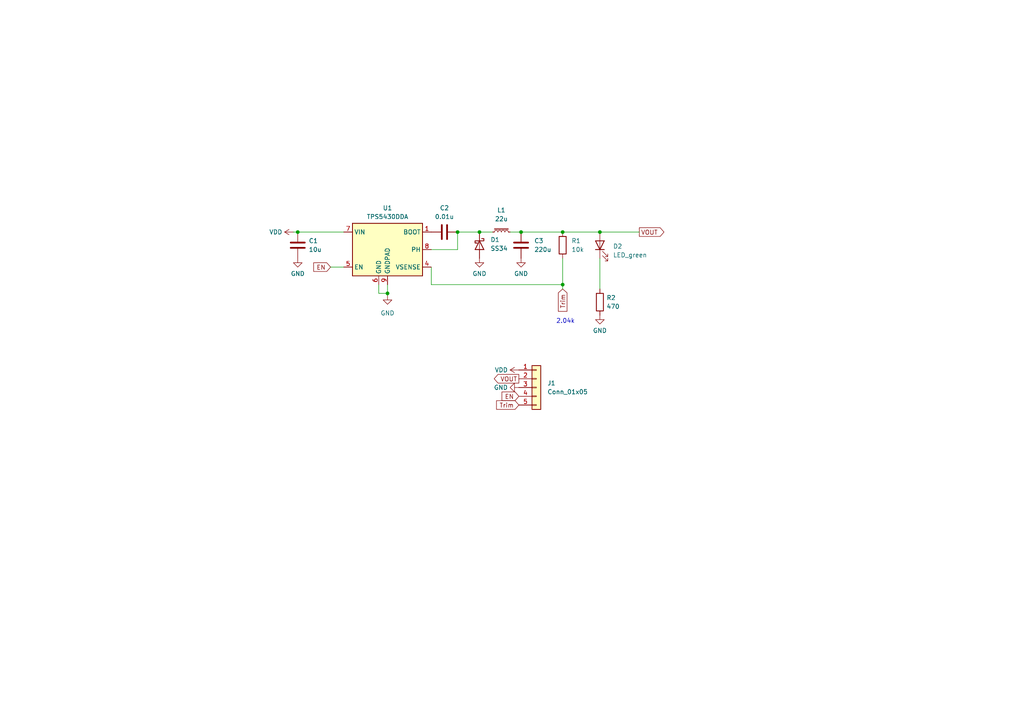
<source format=kicad_sch>
(kicad_sch (version 20230121) (generator eeschema)

  (uuid c14a3483-26e0-4f05-97c1-7eaae31fd7a4)

  (paper "A4")

  (lib_symbols
    (symbol "Connector_Generic:Conn_01x05" (pin_names (offset 1.016) hide) (in_bom yes) (on_board yes)
      (property "Reference" "J" (at 0 7.62 0)
        (effects (font (size 1.27 1.27)))
      )
      (property "Value" "Conn_01x05" (at 0 -7.62 0)
        (effects (font (size 1.27 1.27)))
      )
      (property "Footprint" "" (at 0 0 0)
        (effects (font (size 1.27 1.27)) hide)
      )
      (property "Datasheet" "~" (at 0 0 0)
        (effects (font (size 1.27 1.27)) hide)
      )
      (property "ki_keywords" "connector" (at 0 0 0)
        (effects (font (size 1.27 1.27)) hide)
      )
      (property "ki_description" "Generic connector, single row, 01x05, script generated (kicad-library-utils/schlib/autogen/connector/)" (at 0 0 0)
        (effects (font (size 1.27 1.27)) hide)
      )
      (property "ki_fp_filters" "Connector*:*_1x??_*" (at 0 0 0)
        (effects (font (size 1.27 1.27)) hide)
      )
      (symbol "Conn_01x05_1_1"
        (rectangle (start -1.27 -4.953) (end 0 -5.207)
          (stroke (width 0.1524) (type default))
          (fill (type none))
        )
        (rectangle (start -1.27 -2.413) (end 0 -2.667)
          (stroke (width 0.1524) (type default))
          (fill (type none))
        )
        (rectangle (start -1.27 0.127) (end 0 -0.127)
          (stroke (width 0.1524) (type default))
          (fill (type none))
        )
        (rectangle (start -1.27 2.667) (end 0 2.413)
          (stroke (width 0.1524) (type default))
          (fill (type none))
        )
        (rectangle (start -1.27 5.207) (end 0 4.953)
          (stroke (width 0.1524) (type default))
          (fill (type none))
        )
        (rectangle (start -1.27 6.35) (end 1.27 -6.35)
          (stroke (width 0.254) (type default))
          (fill (type background))
        )
        (pin passive line (at -5.08 5.08 0) (length 3.81)
          (name "Pin_1" (effects (font (size 1.27 1.27))))
          (number "1" (effects (font (size 1.27 1.27))))
        )
        (pin passive line (at -5.08 2.54 0) (length 3.81)
          (name "Pin_2" (effects (font (size 1.27 1.27))))
          (number "2" (effects (font (size 1.27 1.27))))
        )
        (pin passive line (at -5.08 0 0) (length 3.81)
          (name "Pin_3" (effects (font (size 1.27 1.27))))
          (number "3" (effects (font (size 1.27 1.27))))
        )
        (pin passive line (at -5.08 -2.54 0) (length 3.81)
          (name "Pin_4" (effects (font (size 1.27 1.27))))
          (number "4" (effects (font (size 1.27 1.27))))
        )
        (pin passive line (at -5.08 -5.08 0) (length 3.81)
          (name "Pin_5" (effects (font (size 1.27 1.27))))
          (number "5" (effects (font (size 1.27 1.27))))
        )
      )
    )
    (symbol "Device:C" (pin_numbers hide) (pin_names (offset 0.254)) (in_bom yes) (on_board yes)
      (property "Reference" "C" (at 0.635 2.54 0)
        (effects (font (size 1.27 1.27)) (justify left))
      )
      (property "Value" "C" (at 0.635 -2.54 0)
        (effects (font (size 1.27 1.27)) (justify left))
      )
      (property "Footprint" "" (at 0.9652 -3.81 0)
        (effects (font (size 1.27 1.27)) hide)
      )
      (property "Datasheet" "~" (at 0 0 0)
        (effects (font (size 1.27 1.27)) hide)
      )
      (property "ki_keywords" "cap capacitor" (at 0 0 0)
        (effects (font (size 1.27 1.27)) hide)
      )
      (property "ki_description" "Unpolarized capacitor" (at 0 0 0)
        (effects (font (size 1.27 1.27)) hide)
      )
      (property "ki_fp_filters" "C_*" (at 0 0 0)
        (effects (font (size 1.27 1.27)) hide)
      )
      (symbol "C_0_1"
        (polyline
          (pts
            (xy -2.032 -0.762)
            (xy 2.032 -0.762)
          )
          (stroke (width 0.508) (type default))
          (fill (type none))
        )
        (polyline
          (pts
            (xy -2.032 0.762)
            (xy 2.032 0.762)
          )
          (stroke (width 0.508) (type default))
          (fill (type none))
        )
      )
      (symbol "C_1_1"
        (pin passive line (at 0 3.81 270) (length 2.794)
          (name "~" (effects (font (size 1.27 1.27))))
          (number "1" (effects (font (size 1.27 1.27))))
        )
        (pin passive line (at 0 -3.81 90) (length 2.794)
          (name "~" (effects (font (size 1.27 1.27))))
          (number "2" (effects (font (size 1.27 1.27))))
        )
      )
    )
    (symbol "Device:LED" (pin_numbers hide) (pin_names (offset 1.016) hide) (in_bom yes) (on_board yes)
      (property "Reference" "D" (at 0 2.54 0)
        (effects (font (size 1.27 1.27)))
      )
      (property "Value" "LED" (at 0 -2.54 0)
        (effects (font (size 1.27 1.27)))
      )
      (property "Footprint" "" (at 0 0 0)
        (effects (font (size 1.27 1.27)) hide)
      )
      (property "Datasheet" "~" (at 0 0 0)
        (effects (font (size 1.27 1.27)) hide)
      )
      (property "ki_keywords" "LED diode" (at 0 0 0)
        (effects (font (size 1.27 1.27)) hide)
      )
      (property "ki_description" "Light emitting diode" (at 0 0 0)
        (effects (font (size 1.27 1.27)) hide)
      )
      (property "ki_fp_filters" "LED* LED_SMD:* LED_THT:*" (at 0 0 0)
        (effects (font (size 1.27 1.27)) hide)
      )
      (symbol "LED_0_1"
        (polyline
          (pts
            (xy -1.27 -1.27)
            (xy -1.27 1.27)
          )
          (stroke (width 0.254) (type default))
          (fill (type none))
        )
        (polyline
          (pts
            (xy -1.27 0)
            (xy 1.27 0)
          )
          (stroke (width 0) (type default))
          (fill (type none))
        )
        (polyline
          (pts
            (xy 1.27 -1.27)
            (xy 1.27 1.27)
            (xy -1.27 0)
            (xy 1.27 -1.27)
          )
          (stroke (width 0.254) (type default))
          (fill (type none))
        )
        (polyline
          (pts
            (xy -3.048 -0.762)
            (xy -4.572 -2.286)
            (xy -3.81 -2.286)
            (xy -4.572 -2.286)
            (xy -4.572 -1.524)
          )
          (stroke (width 0) (type default))
          (fill (type none))
        )
        (polyline
          (pts
            (xy -1.778 -0.762)
            (xy -3.302 -2.286)
            (xy -2.54 -2.286)
            (xy -3.302 -2.286)
            (xy -3.302 -1.524)
          )
          (stroke (width 0) (type default))
          (fill (type none))
        )
      )
      (symbol "LED_1_1"
        (pin passive line (at -3.81 0 0) (length 2.54)
          (name "K" (effects (font (size 1.27 1.27))))
          (number "1" (effects (font (size 1.27 1.27))))
        )
        (pin passive line (at 3.81 0 180) (length 2.54)
          (name "A" (effects (font (size 1.27 1.27))))
          (number "2" (effects (font (size 1.27 1.27))))
        )
      )
    )
    (symbol "Device:L_Iron_Small" (pin_numbers hide) (pin_names (offset 0.254) hide) (in_bom yes) (on_board yes)
      (property "Reference" "L" (at 1.27 1.016 0)
        (effects (font (size 1.27 1.27)) (justify left))
      )
      (property "Value" "L_Iron_Small" (at 1.27 -1.27 0)
        (effects (font (size 1.27 1.27)) (justify left))
      )
      (property "Footprint" "" (at 0 0 0)
        (effects (font (size 1.27 1.27)) hide)
      )
      (property "Datasheet" "~" (at 0 0 0)
        (effects (font (size 1.27 1.27)) hide)
      )
      (property "ki_keywords" "inductor choke coil reactor magnetic" (at 0 0 0)
        (effects (font (size 1.27 1.27)) hide)
      )
      (property "ki_description" "Inductor with iron core, small symbol" (at 0 0 0)
        (effects (font (size 1.27 1.27)) hide)
      )
      (property "ki_fp_filters" "Choke_* *Coil* Inductor_* L_*" (at 0 0 0)
        (effects (font (size 1.27 1.27)) hide)
      )
      (symbol "L_Iron_Small_0_1"
        (arc (start 0 -2.032) (mid 0.5058 -1.524) (end 0 -1.016)
          (stroke (width 0) (type default))
          (fill (type none))
        )
        (arc (start 0 -1.016) (mid 0.5058 -0.508) (end 0 0)
          (stroke (width 0) (type default))
          (fill (type none))
        )
        (polyline
          (pts
            (xy 0.762 2.032)
            (xy 0.762 -2.032)
          )
          (stroke (width 0) (type default))
          (fill (type none))
        )
        (polyline
          (pts
            (xy 1.016 -2.032)
            (xy 1.016 2.032)
          )
          (stroke (width 0) (type default))
          (fill (type none))
        )
        (arc (start 0 0) (mid 0.5058 0.508) (end 0 1.016)
          (stroke (width 0) (type default))
          (fill (type none))
        )
        (arc (start 0 1.016) (mid 0.5058 1.524) (end 0 2.032)
          (stroke (width 0) (type default))
          (fill (type none))
        )
      )
      (symbol "L_Iron_Small_1_1"
        (pin passive line (at 0 2.54 270) (length 0.508)
          (name "~" (effects (font (size 1.27 1.27))))
          (number "1" (effects (font (size 1.27 1.27))))
        )
        (pin passive line (at 0 -2.54 90) (length 0.508)
          (name "~" (effects (font (size 1.27 1.27))))
          (number "2" (effects (font (size 1.27 1.27))))
        )
      )
    )
    (symbol "Device:R" (pin_numbers hide) (pin_names (offset 0)) (in_bom yes) (on_board yes)
      (property "Reference" "R" (at 2.032 0 90)
        (effects (font (size 1.27 1.27)))
      )
      (property "Value" "R" (at 0 0 90)
        (effects (font (size 1.27 1.27)))
      )
      (property "Footprint" "" (at -1.778 0 90)
        (effects (font (size 1.27 1.27)) hide)
      )
      (property "Datasheet" "~" (at 0 0 0)
        (effects (font (size 1.27 1.27)) hide)
      )
      (property "ki_keywords" "R res resistor" (at 0 0 0)
        (effects (font (size 1.27 1.27)) hide)
      )
      (property "ki_description" "Resistor" (at 0 0 0)
        (effects (font (size 1.27 1.27)) hide)
      )
      (property "ki_fp_filters" "R_*" (at 0 0 0)
        (effects (font (size 1.27 1.27)) hide)
      )
      (symbol "R_0_1"
        (rectangle (start -1.016 -2.54) (end 1.016 2.54)
          (stroke (width 0.254) (type default))
          (fill (type none))
        )
      )
      (symbol "R_1_1"
        (pin passive line (at 0 3.81 270) (length 1.27)
          (name "~" (effects (font (size 1.27 1.27))))
          (number "1" (effects (font (size 1.27 1.27))))
        )
        (pin passive line (at 0 -3.81 90) (length 1.27)
          (name "~" (effects (font (size 1.27 1.27))))
          (number "2" (effects (font (size 1.27 1.27))))
        )
      )
    )
    (symbol "Diode:B340" (pin_numbers hide) (pin_names (offset 1.016) hide) (in_bom yes) (on_board yes)
      (property "Reference" "D" (at 0 2.54 0)
        (effects (font (size 1.27 1.27)))
      )
      (property "Value" "B340" (at 0 -2.54 0)
        (effects (font (size 1.27 1.27)))
      )
      (property "Footprint" "Diode_SMD:D_SMC" (at 0 -4.445 0)
        (effects (font (size 1.27 1.27)) hide)
      )
      (property "Datasheet" "http://www.jameco.com/Jameco/Products/ProdDS/1538777.pdf" (at 0 0 0)
        (effects (font (size 1.27 1.27)) hide)
      )
      (property "ki_keywords" "diode Schottky" (at 0 0 0)
        (effects (font (size 1.27 1.27)) hide)
      )
      (property "ki_description" "40V 3A Schottky Barrier Rectifier Diode, SMC" (at 0 0 0)
        (effects (font (size 1.27 1.27)) hide)
      )
      (property "ki_fp_filters" "D*SMC*" (at 0 0 0)
        (effects (font (size 1.27 1.27)) hide)
      )
      (symbol "B340_0_1"
        (polyline
          (pts
            (xy 1.27 0)
            (xy -1.27 0)
          )
          (stroke (width 0) (type default))
          (fill (type none))
        )
        (polyline
          (pts
            (xy 1.27 1.27)
            (xy 1.27 -1.27)
            (xy -1.27 0)
            (xy 1.27 1.27)
          )
          (stroke (width 0.254) (type default))
          (fill (type none))
        )
        (polyline
          (pts
            (xy -1.905 0.635)
            (xy -1.905 1.27)
            (xy -1.27 1.27)
            (xy -1.27 -1.27)
            (xy -0.635 -1.27)
            (xy -0.635 -0.635)
          )
          (stroke (width 0.254) (type default))
          (fill (type none))
        )
      )
      (symbol "B340_1_1"
        (pin passive line (at -3.81 0 0) (length 2.54)
          (name "K" (effects (font (size 1.27 1.27))))
          (number "1" (effects (font (size 1.27 1.27))))
        )
        (pin passive line (at 3.81 0 180) (length 2.54)
          (name "A" (effects (font (size 1.27 1.27))))
          (number "2" (effects (font (size 1.27 1.27))))
        )
      )
    )
    (symbol "Regulator_Switching:TPS5430DDA" (in_bom yes) (on_board yes)
      (property "Reference" "U" (at -10.16 8.89 0)
        (effects (font (size 1.27 1.27)) (justify left))
      )
      (property "Value" "TPS5430DDA" (at -1.27 8.89 0)
        (effects (font (size 1.27 1.27)) (justify left))
      )
      (property "Footprint" "Package_SO:TI_SO-PowerPAD-8_ThermalVias" (at 1.27 -8.89 0)
        (effects (font (size 1.27 1.27) italic) (justify left) hide)
      )
      (property "Datasheet" "http://www.ti.com/lit/ds/symlink/tps5430.pdf" (at 0 0 0)
        (effects (font (size 1.27 1.27)) hide)
      )
      (property "ki_keywords" "Step-Down DC-DC Switching Regulator" (at 0 0 0)
        (effects (font (size 1.27 1.27)) hide)
      )
      (property "ki_description" "3A, Step Down Swift Converter, Adjustable Output Voltage, 5.5-36V Input Voltage, PowerSO-8" (at 0 0 0)
        (effects (font (size 1.27 1.27)) hide)
      )
      (property "ki_fp_filters" "TI*SO*PowerPAD*ThermalVias*" (at 0 0 0)
        (effects (font (size 1.27 1.27)) hide)
      )
      (symbol "TPS5430DDA_0_1"
        (rectangle (start -10.16 7.62) (end 10.16 -7.62)
          (stroke (width 0.254) (type default))
          (fill (type background))
        )
      )
      (symbol "TPS5430DDA_1_1"
        (pin input line (at 12.7 5.08 180) (length 2.54)
          (name "BOOT" (effects (font (size 1.27 1.27))))
          (number "1" (effects (font (size 1.27 1.27))))
        )
        (pin no_connect line (at -10.16 2.54 0) (length 2.54) hide
          (name "NC" (effects (font (size 1.27 1.27))))
          (number "2" (effects (font (size 1.27 1.27))))
        )
        (pin no_connect line (at -10.16 -2.54 0) (length 2.54) hide
          (name "NC" (effects (font (size 1.27 1.27))))
          (number "3" (effects (font (size 1.27 1.27))))
        )
        (pin input line (at 12.7 -5.08 180) (length 2.54)
          (name "VSENSE" (effects (font (size 1.27 1.27))))
          (number "4" (effects (font (size 1.27 1.27))))
        )
        (pin input line (at -12.7 -5.08 0) (length 2.54)
          (name "EN" (effects (font (size 1.27 1.27))))
          (number "5" (effects (font (size 1.27 1.27))))
        )
        (pin power_in line (at -2.54 -10.16 90) (length 2.54)
          (name "GND" (effects (font (size 1.27 1.27))))
          (number "6" (effects (font (size 1.27 1.27))))
        )
        (pin power_in line (at -12.7 5.08 0) (length 2.54)
          (name "VIN" (effects (font (size 1.27 1.27))))
          (number "7" (effects (font (size 1.27 1.27))))
        )
        (pin output line (at 12.7 0 180) (length 2.54)
          (name "PH" (effects (font (size 1.27 1.27))))
          (number "8" (effects (font (size 1.27 1.27))))
        )
        (pin power_in line (at 0 -10.16 90) (length 2.54)
          (name "GNDPAD" (effects (font (size 1.27 1.27))))
          (number "9" (effects (font (size 1.27 1.27))))
        )
      )
    )
    (symbol "power:GND" (power) (pin_names (offset 0)) (in_bom yes) (on_board yes)
      (property "Reference" "#PWR" (at 0 -6.35 0)
        (effects (font (size 1.27 1.27)) hide)
      )
      (property "Value" "GND" (at 0 -3.81 0)
        (effects (font (size 1.27 1.27)))
      )
      (property "Footprint" "" (at 0 0 0)
        (effects (font (size 1.27 1.27)) hide)
      )
      (property "Datasheet" "" (at 0 0 0)
        (effects (font (size 1.27 1.27)) hide)
      )
      (property "ki_keywords" "global power" (at 0 0 0)
        (effects (font (size 1.27 1.27)) hide)
      )
      (property "ki_description" "Power symbol creates a global label with name \"GND\" , ground" (at 0 0 0)
        (effects (font (size 1.27 1.27)) hide)
      )
      (symbol "GND_0_1"
        (polyline
          (pts
            (xy 0 0)
            (xy 0 -1.27)
            (xy 1.27 -1.27)
            (xy 0 -2.54)
            (xy -1.27 -1.27)
            (xy 0 -1.27)
          )
          (stroke (width 0) (type default))
          (fill (type none))
        )
      )
      (symbol "GND_1_1"
        (pin power_in line (at 0 0 270) (length 0) hide
          (name "GND" (effects (font (size 1.27 1.27))))
          (number "1" (effects (font (size 1.27 1.27))))
        )
      )
    )
    (symbol "power:VDD" (power) (pin_names (offset 0)) (in_bom yes) (on_board yes)
      (property "Reference" "#PWR" (at 0 -3.81 0)
        (effects (font (size 1.27 1.27)) hide)
      )
      (property "Value" "VDD" (at 0 3.81 0)
        (effects (font (size 1.27 1.27)))
      )
      (property "Footprint" "" (at 0 0 0)
        (effects (font (size 1.27 1.27)) hide)
      )
      (property "Datasheet" "" (at 0 0 0)
        (effects (font (size 1.27 1.27)) hide)
      )
      (property "ki_keywords" "global power" (at 0 0 0)
        (effects (font (size 1.27 1.27)) hide)
      )
      (property "ki_description" "Power symbol creates a global label with name \"VDD\"" (at 0 0 0)
        (effects (font (size 1.27 1.27)) hide)
      )
      (symbol "VDD_0_1"
        (polyline
          (pts
            (xy -0.762 1.27)
            (xy 0 2.54)
          )
          (stroke (width 0) (type default))
          (fill (type none))
        )
        (polyline
          (pts
            (xy 0 0)
            (xy 0 2.54)
          )
          (stroke (width 0) (type default))
          (fill (type none))
        )
        (polyline
          (pts
            (xy 0 2.54)
            (xy 0.762 1.27)
          )
          (stroke (width 0) (type default))
          (fill (type none))
        )
      )
      (symbol "VDD_1_1"
        (pin power_in line (at 0 0 90) (length 0) hide
          (name "VDD" (effects (font (size 1.27 1.27))))
          (number "1" (effects (font (size 1.27 1.27))))
        )
      )
    )
  )

  (junction (at 132.715 67.31) (diameter 0) (color 0 0 0 0)
    (uuid 3ccaf807-8210-4cf3-a686-25d0b78eb3d9)
  )
  (junction (at 139.065 67.31) (diameter 0) (color 0 0 0 0)
    (uuid 4fc0dab3-cd22-49da-8239-6b47cf6646a8)
  )
  (junction (at 112.395 85.09) (diameter 0) (color 0 0 0 0)
    (uuid aba9bbcb-2e06-44be-98b9-9db69e1c4055)
  )
  (junction (at 173.99 67.31) (diameter 0) (color 0 0 0 0)
    (uuid b2606df9-5920-4588-be0e-1623135d89e1)
  )
  (junction (at 151.13 67.31) (diameter 0) (color 0 0 0 0)
    (uuid c70a84c0-0773-42a7-8cb0-fcd6e77f0c9e)
  )
  (junction (at 86.36 67.31) (diameter 0) (color 0 0 0 0)
    (uuid caa62e9f-68ea-4103-98df-e03e1935a385)
  )
  (junction (at 163.195 82.55) (diameter 0) (color 0 0 0 0)
    (uuid cb9cb5c0-6c62-431c-951d-d0f3d86d791a)
  )
  (junction (at 163.195 67.31) (diameter 0) (color 0 0 0 0)
    (uuid fd915d81-d8b3-4eca-bdd1-d49507b6e5aa)
  )

  (wire (pts (xy 132.715 67.31) (xy 139.065 67.31))
    (stroke (width 0) (type default))
    (uuid 09e7c44e-c929-4e8e-92d9-cd46aa7c7d01)
  )
  (wire (pts (xy 85.09 67.31) (xy 86.36 67.31))
    (stroke (width 0) (type default))
    (uuid 20cba944-6c42-41c5-acd1-9c58e0f9851d)
  )
  (wire (pts (xy 125.095 82.55) (xy 163.195 82.55))
    (stroke (width 0) (type default))
    (uuid 2ebfd6f1-9aad-443a-9071-b6c72f7a1110)
  )
  (wire (pts (xy 125.095 72.39) (xy 132.715 72.39))
    (stroke (width 0) (type default))
    (uuid 385bec85-6fe5-479c-8eff-8b9231275407)
  )
  (wire (pts (xy 173.99 67.31) (xy 185.42 67.31))
    (stroke (width 0) (type default))
    (uuid 4772e566-1910-469c-abcd-357f312f125f)
  )
  (wire (pts (xy 112.395 82.55) (xy 112.395 85.09))
    (stroke (width 0) (type default))
    (uuid 5632aa71-e604-48dd-b09b-4b8c22ed07cd)
  )
  (wire (pts (xy 163.195 74.93) (xy 163.195 82.55))
    (stroke (width 0) (type default))
    (uuid 6ab52d76-6cc6-4980-bf88-7bb5593073ca)
  )
  (wire (pts (xy 95.885 77.47) (xy 99.695 77.47))
    (stroke (width 0) (type default))
    (uuid 84dc640c-9aac-4159-ab60-9407a461faf6)
  )
  (wire (pts (xy 125.095 82.55) (xy 125.095 77.47))
    (stroke (width 0) (type default))
    (uuid 98db164a-1723-48fb-8f12-e369e86ca997)
  )
  (wire (pts (xy 109.855 82.55) (xy 109.855 85.09))
    (stroke (width 0) (type default))
    (uuid a69848ce-cf9d-4016-9aa6-faa6989bcd87)
  )
  (wire (pts (xy 112.395 85.09) (xy 112.395 85.725))
    (stroke (width 0) (type default))
    (uuid aaed2a22-4d03-4822-b53a-d405c3d5b197)
  )
  (wire (pts (xy 109.855 85.09) (xy 112.395 85.09))
    (stroke (width 0) (type default))
    (uuid b68cb180-ca97-4c2a-8353-d4c51a9c315b)
  )
  (wire (pts (xy 173.99 83.82) (xy 173.99 74.93))
    (stroke (width 0) (type default))
    (uuid ba74bec4-83ea-4ccc-bff6-48ca5744536d)
  )
  (wire (pts (xy 139.065 67.31) (xy 142.875 67.31))
    (stroke (width 0) (type default))
    (uuid c02d8c37-f3e9-4a34-ac34-b3e5c580ed18)
  )
  (wire (pts (xy 151.13 67.31) (xy 163.195 67.31))
    (stroke (width 0) (type default))
    (uuid c21a880b-95be-43ff-b7f5-779f5cecfb9e)
  )
  (wire (pts (xy 163.195 67.31) (xy 173.99 67.31))
    (stroke (width 0) (type default))
    (uuid ce23a22f-31a6-486b-9ed6-8c0ec6893fb7)
  )
  (wire (pts (xy 132.715 72.39) (xy 132.715 67.31))
    (stroke (width 0) (type default))
    (uuid ce2d4e23-143b-475e-9e1b-1e7f693134f8)
  )
  (wire (pts (xy 163.195 82.55) (xy 163.195 83.82))
    (stroke (width 0) (type default))
    (uuid d6307e86-216c-4900-a72c-0d1f6111c487)
  )
  (wire (pts (xy 86.36 67.31) (xy 99.695 67.31))
    (stroke (width 0) (type default))
    (uuid fa00fb35-3dad-4e55-801b-710bb6957943)
  )
  (wire (pts (xy 147.955 67.31) (xy 151.13 67.31))
    (stroke (width 0) (type default))
    (uuid fa80437c-ef6f-418f-8b86-46c6cd6a46e2)
  )

  (text "2.04k\n" (at 161.29 93.98 0)
    (effects (font (size 1.27 1.27)) (justify left bottom))
    (uuid ea315ea2-266f-4e20-83f8-bd854c3dadd9)
  )

  (global_label "EN" (shape input) (at 150.495 114.935 180) (fields_autoplaced)
    (effects (font (size 1.27 1.27)) (justify right))
    (uuid 74046795-e4fe-4d2d-ba0b-aafa10b25f59)
    (property "Intersheetrefs" "${INTERSHEET_REFS}" (at 145.0303 114.935 0)
      (effects (font (size 1.27 1.27)) (justify right) hide)
    )
  )
  (global_label "EN" (shape input) (at 95.885 77.47 180) (fields_autoplaced)
    (effects (font (size 1.27 1.27)) (justify right))
    (uuid 8bcaf6f6-8f0c-490e-94ca-c4146581d774)
    (property "Intersheetrefs" "${INTERSHEET_REFS}" (at 90.4203 77.47 0)
      (effects (font (size 1.27 1.27)) (justify right) hide)
    )
  )
  (global_label "Trim" (shape input) (at 163.195 83.82 270) (fields_autoplaced)
    (effects (font (size 1.27 1.27)) (justify right))
    (uuid d831105d-52d7-4950-b897-d7541b89bff3)
    (property "Intersheetrefs" "${INTERSHEET_REFS}" (at 163.195 90.8571 90)
      (effects (font (size 1.27 1.27)) (justify right) hide)
    )
  )
  (global_label "VOUT" (shape output) (at 150.495 109.855 180) (fields_autoplaced)
    (effects (font (size 1.27 1.27)) (justify right))
    (uuid db72aa62-7699-480d-b0ef-0388f8cbd155)
    (property "Intersheetrefs" "${INTERSHEET_REFS}" (at 142.7926 109.855 0)
      (effects (font (size 1.27 1.27)) (justify right) hide)
    )
  )
  (global_label "VOUT" (shape output) (at 185.42 67.31 0) (fields_autoplaced)
    (effects (font (size 1.27 1.27)) (justify left))
    (uuid e13da046-4d5a-438c-a9f3-ca4178aec418)
    (property "Intersheetrefs" "${INTERSHEET_REFS}" (at 193.1224 67.31 0)
      (effects (font (size 1.27 1.27)) (justify left) hide)
    )
  )
  (global_label "Trim" (shape input) (at 150.495 117.475 180) (fields_autoplaced)
    (effects (font (size 1.27 1.27)) (justify right))
    (uuid ecc4a146-77ee-475c-a5e3-9ce2caebe609)
    (property "Intersheetrefs" "${INTERSHEET_REFS}" (at 143.4579 117.475 0)
      (effects (font (size 1.27 1.27)) (justify right) hide)
    )
  )

  (symbol (lib_id "power:GND") (at 139.065 74.93 0) (unit 1)
    (in_bom yes) (on_board yes) (dnp no) (fields_autoplaced)
    (uuid 057ef35c-f4ac-4d5c-a54c-8ba6015129aa)
    (property "Reference" "#PWR013" (at 139.065 81.28 0)
      (effects (font (size 1.27 1.27)) hide)
    )
    (property "Value" "GND" (at 139.065 79.375 0)
      (effects (font (size 1.27 1.27)))
    )
    (property "Footprint" "" (at 139.065 74.93 0)
      (effects (font (size 1.27 1.27)) hide)
    )
    (property "Datasheet" "" (at 139.065 74.93 0)
      (effects (font (size 1.27 1.27)) hide)
    )
    (pin "1" (uuid 45d50c8a-b6f8-4aa1-bf67-112864835b2a))
    (instances
      (project "05-PWR"
        (path "/88b1ede4-99cb-4604-8dda-0ab246c2fd79"
          (reference "#PWR013") (unit 1)
        )
      )
      (project "08-REG_mod"
        (path "/c14a3483-26e0-4f05-97c1-7eaae31fd7a4"
          (reference "#PWR06") (unit 1)
        )
      )
    )
  )

  (symbol (lib_id "Device:R") (at 173.99 87.63 0) (unit 1)
    (in_bom yes) (on_board yes) (dnp no) (fields_autoplaced)
    (uuid 09466cd2-0e09-4e46-8903-7ae0dfab4f08)
    (property "Reference" "R3" (at 175.895 86.36 0)
      (effects (font (size 1.27 1.27)) (justify left))
    )
    (property "Value" "470" (at 175.895 88.9 0)
      (effects (font (size 1.27 1.27)) (justify left))
    )
    (property "Footprint" "Resistor_SMD:R_0603_1608Metric" (at 172.212 87.63 90)
      (effects (font (size 1.27 1.27)) hide)
    )
    (property "Datasheet" "~" (at 173.99 87.63 0)
      (effects (font (size 1.27 1.27)) hide)
    )
    (property "LCSC" "C23179" (at 173.99 87.63 0)
      (effects (font (size 1.27 1.27)) hide)
    )
    (pin "1" (uuid b70ac81a-bdc0-49df-8d5b-f6a39a7ce492))
    (pin "2" (uuid fb5ed224-20e7-44e6-b2cf-e93a9319f219))
    (instances
      (project "05-PWR"
        (path "/88b1ede4-99cb-4604-8dda-0ab246c2fd79"
          (reference "R3") (unit 1)
        )
      )
      (project "08-REG_mod"
        (path "/c14a3483-26e0-4f05-97c1-7eaae31fd7a4"
          (reference "R2") (unit 1)
        )
      )
    )
  )

  (symbol (lib_id "power:GND") (at 150.495 112.395 270) (unit 1)
    (in_bom yes) (on_board yes) (dnp no) (fields_autoplaced)
    (uuid 095cd3e2-499b-494d-a545-be6fd6bb0d4d)
    (property "Reference" "#PWR011" (at 144.145 112.395 0)
      (effects (font (size 1.27 1.27)) hide)
    )
    (property "Value" "GND" (at 147.32 112.395 90)
      (effects (font (size 1.27 1.27)) (justify right))
    )
    (property "Footprint" "" (at 150.495 112.395 0)
      (effects (font (size 1.27 1.27)) hide)
    )
    (property "Datasheet" "" (at 150.495 112.395 0)
      (effects (font (size 1.27 1.27)) hide)
    )
    (pin "1" (uuid 37654156-581b-4b9c-a4ee-a7f30a61eb64))
    (instances
      (project "05-PWR"
        (path "/88b1ede4-99cb-4604-8dda-0ab246c2fd79"
          (reference "#PWR011") (unit 1)
        )
      )
      (project "08-REG_mod"
        (path "/c14a3483-26e0-4f05-97c1-7eaae31fd7a4"
          (reference "#PWR011") (unit 1)
        )
      )
    )
  )

  (symbol (lib_id "Device:C") (at 86.36 71.12 0) (unit 1)
    (in_bom yes) (on_board yes) (dnp no) (fields_autoplaced)
    (uuid 1e8f5f43-8e85-475c-aeb4-fe983d9eec97)
    (property "Reference" "C1" (at 89.535 69.85 0)
      (effects (font (size 1.27 1.27)) (justify left))
    )
    (property "Value" "10u" (at 89.535 72.39 0)
      (effects (font (size 1.27 1.27)) (justify left))
    )
    (property "Footprint" "Capacitor_SMD:C_0805_2012Metric" (at 87.3252 74.93 0)
      (effects (font (size 1.27 1.27)) hide)
    )
    (property "Datasheet" "~" (at 86.36 71.12 0)
      (effects (font (size 1.27 1.27)) hide)
    )
    (property "LCSC" "C15850" (at 86.36 71.12 0)
      (effects (font (size 1.27 1.27)) hide)
    )
    (pin "1" (uuid 5fe92c91-82d8-4e66-9b09-5e67207b3de0))
    (pin "2" (uuid 022d2395-88ba-4331-a99f-3ac1545b1d7b))
    (instances
      (project "05-PWR"
        (path "/88b1ede4-99cb-4604-8dda-0ab246c2fd79"
          (reference "C1") (unit 1)
        )
      )
      (project "08-REG_mod"
        (path "/c14a3483-26e0-4f05-97c1-7eaae31fd7a4"
          (reference "C1") (unit 1)
        )
      )
    )
  )

  (symbol (lib_id "power:VDD") (at 150.495 107.315 90) (unit 1)
    (in_bom yes) (on_board yes) (dnp no) (fields_autoplaced)
    (uuid 32b00ef4-7b6e-4a57-832b-cc90a51513ad)
    (property "Reference" "#PWR05" (at 154.305 107.315 0)
      (effects (font (size 1.27 1.27)) hide)
    )
    (property "Value" "VDD" (at 147.32 107.315 90)
      (effects (font (size 1.27 1.27)) (justify left))
    )
    (property "Footprint" "" (at 150.495 107.315 0)
      (effects (font (size 1.27 1.27)) hide)
    )
    (property "Datasheet" "" (at 150.495 107.315 0)
      (effects (font (size 1.27 1.27)) hide)
    )
    (pin "1" (uuid 60d1f3c2-2515-46d1-8822-db0ff2b25b97))
    (instances
      (project "05-PWR"
        (path "/88b1ede4-99cb-4604-8dda-0ab246c2fd79"
          (reference "#PWR05") (unit 1)
        )
      )
      (project "08-REG_mod"
        (path "/c14a3483-26e0-4f05-97c1-7eaae31fd7a4"
          (reference "#PWR010") (unit 1)
        )
      )
    )
  )

  (symbol (lib_id "power:GND") (at 173.99 91.44 0) (unit 1)
    (in_bom yes) (on_board yes) (dnp no) (fields_autoplaced)
    (uuid 4facd9ed-8830-4ebd-9191-c8fc305ba2f8)
    (property "Reference" "#PWR03" (at 173.99 97.79 0)
      (effects (font (size 1.27 1.27)) hide)
    )
    (property "Value" "GND" (at 173.99 95.885 0)
      (effects (font (size 1.27 1.27)))
    )
    (property "Footprint" "" (at 173.99 91.44 0)
      (effects (font (size 1.27 1.27)) hide)
    )
    (property "Datasheet" "" (at 173.99 91.44 0)
      (effects (font (size 1.27 1.27)) hide)
    )
    (pin "1" (uuid 041f8614-c8f2-44d0-abb4-198b628b52a5))
    (instances
      (project "05-PWR"
        (path "/88b1ede4-99cb-4604-8dda-0ab246c2fd79"
          (reference "#PWR03") (unit 1)
        )
      )
      (project "08-REG_mod"
        (path "/c14a3483-26e0-4f05-97c1-7eaae31fd7a4"
          (reference "#PWR09") (unit 1)
        )
      )
    )
  )

  (symbol (lib_id "power:GND") (at 151.13 74.93 0) (unit 1)
    (in_bom yes) (on_board yes) (dnp no) (fields_autoplaced)
    (uuid 50caa982-f7ca-48b4-9ae0-c8ef57aee80c)
    (property "Reference" "#PWR014" (at 151.13 81.28 0)
      (effects (font (size 1.27 1.27)) hide)
    )
    (property "Value" "GND" (at 151.13 79.375 0)
      (effects (font (size 1.27 1.27)))
    )
    (property "Footprint" "" (at 151.13 74.93 0)
      (effects (font (size 1.27 1.27)) hide)
    )
    (property "Datasheet" "" (at 151.13 74.93 0)
      (effects (font (size 1.27 1.27)) hide)
    )
    (pin "1" (uuid cdd824c9-e7e4-47ea-bfcd-084b6e48dadb))
    (instances
      (project "05-PWR"
        (path "/88b1ede4-99cb-4604-8dda-0ab246c2fd79"
          (reference "#PWR014") (unit 1)
        )
      )
      (project "08-REG_mod"
        (path "/c14a3483-26e0-4f05-97c1-7eaae31fd7a4"
          (reference "#PWR07") (unit 1)
        )
      )
    )
  )

  (symbol (lib_id "Device:L_Iron_Small") (at 145.415 67.31 90) (unit 1)
    (in_bom yes) (on_board yes) (dnp no) (fields_autoplaced)
    (uuid 57128738-038f-4fab-b071-69419f9b292e)
    (property "Reference" "L1" (at 145.415 60.96 90)
      (effects (font (size 1.27 1.27)))
    )
    (property "Value" "22u" (at 145.415 63.5 90)
      (effects (font (size 1.27 1.27)))
    )
    (property "Footprint" "LCSC:FXL1040-220-M" (at 145.415 67.31 0)
      (effects (font (size 1.27 1.27)) hide)
    )
    (property "Datasheet" "~" (at 145.415 67.31 0)
      (effects (font (size 1.27 1.27)) hide)
    )
    (property "LCSC" "C475917" (at 145.415 67.31 0)
      (effects (font (size 1.27 1.27)) hide)
    )
    (pin "1" (uuid a8ee5d69-6982-4778-8b59-730894fce362))
    (pin "2" (uuid 9b0c1978-cea9-4c3c-b4fe-32c09e45ea34))
    (instances
      (project "05-PWR"
        (path "/88b1ede4-99cb-4604-8dda-0ab246c2fd79"
          (reference "L1") (unit 1)
        )
      )
      (project "08-REG_mod"
        (path "/c14a3483-26e0-4f05-97c1-7eaae31fd7a4"
          (reference "L1") (unit 1)
        )
      )
    )
  )

  (symbol (lib_id "Device:C") (at 128.905 67.31 90) (unit 1)
    (in_bom yes) (on_board yes) (dnp no) (fields_autoplaced)
    (uuid 588916f3-c810-4e2c-80df-f724240e9545)
    (property "Reference" "C2" (at 128.905 60.325 90)
      (effects (font (size 1.27 1.27)))
    )
    (property "Value" "0.01u" (at 128.905 62.865 90)
      (effects (font (size 1.27 1.27)))
    )
    (property "Footprint" "Capacitor_SMD:C_0603_1608Metric" (at 132.715 66.3448 0)
      (effects (font (size 1.27 1.27)) hide)
    )
    (property "Datasheet" "~" (at 128.905 67.31 0)
      (effects (font (size 1.27 1.27)) hide)
    )
    (property "LCSC" "C57112" (at 128.905 67.31 0)
      (effects (font (size 1.27 1.27)) hide)
    )
    (pin "1" (uuid 581c5f8a-352d-4294-824a-99eac017f7c6))
    (pin "2" (uuid 1c31dee9-7285-48bb-9151-be2b6b5f61ef))
    (instances
      (project "05-PWR"
        (path "/88b1ede4-99cb-4604-8dda-0ab246c2fd79"
          (reference "C2") (unit 1)
        )
      )
      (project "08-REG_mod"
        (path "/c14a3483-26e0-4f05-97c1-7eaae31fd7a4"
          (reference "C2") (unit 1)
        )
      )
    )
  )

  (symbol (lib_id "Diode:B340") (at 139.065 71.12 270) (unit 1)
    (in_bom yes) (on_board yes) (dnp no) (fields_autoplaced)
    (uuid 59f842e1-af77-4589-b214-bd118100e05e)
    (property "Reference" "D1" (at 142.24 69.5325 90)
      (effects (font (size 1.27 1.27)) (justify left))
    )
    (property "Value" "SS34" (at 142.24 72.0725 90)
      (effects (font (size 1.27 1.27)) (justify left))
    )
    (property "Footprint" "Diode_SMD:D_SMA" (at 134.62 71.12 0)
      (effects (font (size 1.27 1.27)) hide)
    )
    (property "Datasheet" "http://www.jameco.com/Jameco/Products/ProdDS/1538777.pdf" (at 139.065 71.12 0)
      (effects (font (size 1.27 1.27)) hide)
    )
    (property "LCSC" "C8678" (at 139.065 71.12 0)
      (effects (font (size 1.27 1.27)) hide)
    )
    (pin "1" (uuid 1722ddd5-f788-476b-ab5d-87090a4c0ecd))
    (pin "2" (uuid cba3bbf4-8dd8-4737-a317-c906ef55d7a4))
    (instances
      (project "05-PWR"
        (path "/88b1ede4-99cb-4604-8dda-0ab246c2fd79"
          (reference "D1") (unit 1)
        )
      )
      (project "08-REG_mod"
        (path "/c14a3483-26e0-4f05-97c1-7eaae31fd7a4"
          (reference "D1") (unit 1)
        )
      )
    )
  )

  (symbol (lib_id "power:GND") (at 112.395 85.725 0) (unit 1)
    (in_bom yes) (on_board yes) (dnp no) (fields_autoplaced)
    (uuid 6c4f5f44-cabb-4506-a4e1-9a4a9ae571aa)
    (property "Reference" "#PWR010" (at 112.395 92.075 0)
      (effects (font (size 1.27 1.27)) hide)
    )
    (property "Value" "GND" (at 112.395 90.805 0)
      (effects (font (size 1.27 1.27)))
    )
    (property "Footprint" "" (at 112.395 85.725 0)
      (effects (font (size 1.27 1.27)) hide)
    )
    (property "Datasheet" "" (at 112.395 85.725 0)
      (effects (font (size 1.27 1.27)) hide)
    )
    (pin "1" (uuid 6df0c8a9-02ec-4a64-a4df-778e27da0ad8))
    (instances
      (project "05-PWR"
        (path "/88b1ede4-99cb-4604-8dda-0ab246c2fd79"
          (reference "#PWR010") (unit 1)
        )
      )
      (project "08-REG_mod"
        (path "/c14a3483-26e0-4f05-97c1-7eaae31fd7a4"
          (reference "#PWR05") (unit 1)
        )
      )
    )
  )

  (symbol (lib_id "power:GND") (at 86.36 74.93 0) (unit 1)
    (in_bom yes) (on_board yes) (dnp no) (fields_autoplaced)
    (uuid 6c8cc5e9-1bc1-404e-a9bb-e78246eab4e3)
    (property "Reference" "#PWR011" (at 86.36 81.28 0)
      (effects (font (size 1.27 1.27)) hide)
    )
    (property "Value" "GND" (at 86.36 79.375 0)
      (effects (font (size 1.27 1.27)))
    )
    (property "Footprint" "" (at 86.36 74.93 0)
      (effects (font (size 1.27 1.27)) hide)
    )
    (property "Datasheet" "" (at 86.36 74.93 0)
      (effects (font (size 1.27 1.27)) hide)
    )
    (pin "1" (uuid 44fc9569-2531-4e6f-9ba4-bcf70c7da2b8))
    (instances
      (project "05-PWR"
        (path "/88b1ede4-99cb-4604-8dda-0ab246c2fd79"
          (reference "#PWR011") (unit 1)
        )
      )
      (project "08-REG_mod"
        (path "/c14a3483-26e0-4f05-97c1-7eaae31fd7a4"
          (reference "#PWR02") (unit 1)
        )
      )
    )
  )

  (symbol (lib_id "Device:R") (at 163.195 71.12 0) (unit 1)
    (in_bom yes) (on_board yes) (dnp no) (fields_autoplaced)
    (uuid 7415277c-652a-4a49-94e1-a26fdfd74ccf)
    (property "Reference" "R1" (at 165.735 69.85 0)
      (effects (font (size 1.27 1.27)) (justify left))
    )
    (property "Value" "10k" (at 165.735 72.39 0)
      (effects (font (size 1.27 1.27)) (justify left))
    )
    (property "Footprint" "Resistor_SMD:R_0603_1608Metric" (at 161.417 71.12 90)
      (effects (font (size 1.27 1.27)) hide)
    )
    (property "Datasheet" "~" (at 163.195 71.12 0)
      (effects (font (size 1.27 1.27)) hide)
    )
    (property "LCSC" "C25804" (at 163.195 71.12 0)
      (effects (font (size 1.27 1.27)) hide)
    )
    (pin "1" (uuid 15704b27-e258-4e16-8d2e-4f05906b9b20))
    (pin "2" (uuid 882576a0-6dac-4327-b09b-11fbd947ef79))
    (instances
      (project "05-PWR"
        (path "/88b1ede4-99cb-4604-8dda-0ab246c2fd79"
          (reference "R1") (unit 1)
        )
      )
      (project "08-REG_mod"
        (path "/c14a3483-26e0-4f05-97c1-7eaae31fd7a4"
          (reference "R1") (unit 1)
        )
      )
    )
  )

  (symbol (lib_id "Device:C") (at 151.13 71.12 0) (unit 1)
    (in_bom yes) (on_board yes) (dnp no) (fields_autoplaced)
    (uuid 7b332316-836f-4280-b0e4-903d1276dfbf)
    (property "Reference" "C3" (at 154.94 69.85 0)
      (effects (font (size 1.27 1.27)) (justify left))
    )
    (property "Value" "220u" (at 154.94 72.39 0)
      (effects (font (size 1.27 1.27)) (justify left))
    )
    (property "Footprint" "Capacitor_THT:CP_Radial_D6.3mm_P2.50mm" (at 152.0952 74.93 0)
      (effects (font (size 1.27 1.27)) hide)
    )
    (property "Datasheet" "~" (at 151.13 71.12 0)
      (effects (font (size 1.27 1.27)) hide)
    )
    (property "LCSC" "" (at 151.13 71.12 0)
      (effects (font (size 1.27 1.27)) hide)
    )
    (pin "1" (uuid eb4381ed-70f8-4cca-9458-68398a24d72f))
    (pin "2" (uuid 2aae4dd3-9844-4564-a1b5-f2b0e1354ba9))
    (instances
      (project "05-PWR"
        (path "/88b1ede4-99cb-4604-8dda-0ab246c2fd79"
          (reference "C3") (unit 1)
        )
      )
      (project "08-REG_mod"
        (path "/c14a3483-26e0-4f05-97c1-7eaae31fd7a4"
          (reference "C3") (unit 1)
        )
      )
    )
  )

  (symbol (lib_id "Regulator_Switching:TPS5430DDA") (at 112.395 72.39 0) (unit 1)
    (in_bom yes) (on_board yes) (dnp no) (fields_autoplaced)
    (uuid 90d2fbce-edab-41a7-b129-c123a8364e50)
    (property "Reference" "U1" (at 112.395 60.325 0)
      (effects (font (size 1.27 1.27)))
    )
    (property "Value" "TPS5430DDA" (at 112.395 62.865 0)
      (effects (font (size 1.27 1.27)))
    )
    (property "Footprint" "Package_SO:TI_SO-PowerPAD-8_ThermalVias" (at 113.665 81.28 0)
      (effects (font (size 1.27 1.27) italic) (justify left) hide)
    )
    (property "Datasheet" "http://www.ti.com/lit/ds/symlink/tps5430.pdf" (at 112.395 72.39 0)
      (effects (font (size 1.27 1.27)) hide)
    )
    (property "LCSC" "" (at 112.395 72.39 0)
      (effects (font (size 1.27 1.27)) hide)
    )
    (pin "2" (uuid 7b624afb-84dd-410f-b800-0624c341e754))
    (pin "3" (uuid 865850a3-e67a-4cb4-a48b-fea3362f0d4d))
    (pin "4" (uuid 4612d663-a838-4910-bb1d-8ba189b16790))
    (pin "1" (uuid 04840dac-9bbe-4f6b-8aa2-4f01853ac910))
    (pin "5" (uuid b312ec27-b1a1-472b-b7f0-0b038bf70949))
    (pin "7" (uuid 6843c68f-d8f5-4d51-9b88-e5f1f086273c))
    (pin "8" (uuid 23f2e79f-10ce-4ec6-bc14-1a9d7c7f93c0))
    (pin "9" (uuid e2d6a2a5-d274-441e-a442-18c5cc81c65e))
    (pin "6" (uuid ef4c7feb-6970-46e9-b798-77fd9561e189))
    (instances
      (project "05-PWR"
        (path "/88b1ede4-99cb-4604-8dda-0ab246c2fd79"
          (reference "U1") (unit 1)
        )
      )
      (project "08-REG_mod"
        (path "/c14a3483-26e0-4f05-97c1-7eaae31fd7a4"
          (reference "U1") (unit 1)
        )
      )
    )
  )

  (symbol (lib_id "power:VDD") (at 85.09 67.31 90) (unit 1)
    (in_bom yes) (on_board yes) (dnp no) (fields_autoplaced)
    (uuid 928a63c7-763e-4f36-a1a6-78879049acbe)
    (property "Reference" "#PWR05" (at 88.9 67.31 0)
      (effects (font (size 1.27 1.27)) hide)
    )
    (property "Value" "VDD" (at 81.915 67.31 90)
      (effects (font (size 1.27 1.27)) (justify left))
    )
    (property "Footprint" "" (at 85.09 67.31 0)
      (effects (font (size 1.27 1.27)) hide)
    )
    (property "Datasheet" "" (at 85.09 67.31 0)
      (effects (font (size 1.27 1.27)) hide)
    )
    (pin "1" (uuid 91ef0722-36cb-47ba-bd00-357cfbf0ef69))
    (instances
      (project "05-PWR"
        (path "/88b1ede4-99cb-4604-8dda-0ab246c2fd79"
          (reference "#PWR05") (unit 1)
        )
      )
      (project "08-REG_mod"
        (path "/c14a3483-26e0-4f05-97c1-7eaae31fd7a4"
          (reference "#PWR01") (unit 1)
        )
      )
    )
  )

  (symbol (lib_id "Connector_Generic:Conn_01x05") (at 155.575 112.395 0) (unit 1)
    (in_bom yes) (on_board yes) (dnp no) (fields_autoplaced)
    (uuid 9fdbabba-07b3-4dba-afe3-5a697890ac4a)
    (property "Reference" "J1" (at 158.75 111.125 0)
      (effects (font (size 1.27 1.27)) (justify left))
    )
    (property "Value" "Conn_01x05" (at 158.75 113.665 0)
      (effects (font (size 1.27 1.27)) (justify left))
    )
    (property "Footprint" "Connector_PinHeader_2.54mm:PinHeader_1x05_P2.54mm_Horizontal" (at 155.575 112.395 0)
      (effects (font (size 1.27 1.27)) hide)
    )
    (property "Datasheet" "~" (at 155.575 112.395 0)
      (effects (font (size 1.27 1.27)) hide)
    )
    (pin "2" (uuid bd819ba4-56d5-4329-b16a-71d805668c24))
    (pin "3" (uuid 0037ed6b-342b-4982-ac9d-1ed604e57f32))
    (pin "5" (uuid 68a8abbe-c021-4027-85d7-e69e7a7776fb))
    (pin "1" (uuid 6da31326-9b05-48a6-97bc-4a1f055a95c2))
    (pin "4" (uuid 48821520-9e45-4a65-94c1-2d4851747820))
    (instances
      (project "08-REG_mod"
        (path "/c14a3483-26e0-4f05-97c1-7eaae31fd7a4"
          (reference "J1") (unit 1)
        )
      )
    )
  )

  (symbol (lib_id "Device:LED") (at 173.99 71.12 90) (unit 1)
    (in_bom yes) (on_board yes) (dnp no) (fields_autoplaced)
    (uuid ea43eebd-b88f-4bf6-a288-fa129e7c1e0c)
    (property "Reference" "D2" (at 177.8 71.4375 90)
      (effects (font (size 1.27 1.27)) (justify right))
    )
    (property "Value" "LED_green" (at 177.8 73.9775 90)
      (effects (font (size 1.27 1.27)) (justify right))
    )
    (property "Footprint" "LED_SMD:LED_0805_2012Metric" (at 173.99 71.12 0)
      (effects (font (size 1.27 1.27)) hide)
    )
    (property "Datasheet" "~" (at 173.99 71.12 0)
      (effects (font (size 1.27 1.27)) hide)
    )
    (property "LCSC" "C2297" (at 173.99 71.12 0)
      (effects (font (size 1.27 1.27)) hide)
    )
    (pin "2" (uuid ddea4948-636e-4d8f-8ce0-dd6347bcb079))
    (pin "1" (uuid 678471b7-6650-4572-805f-e9a5c415e440))
    (instances
      (project "05-PWR"
        (path "/88b1ede4-99cb-4604-8dda-0ab246c2fd79"
          (reference "D2") (unit 1)
        )
      )
      (project "08-REG_mod"
        (path "/c14a3483-26e0-4f05-97c1-7eaae31fd7a4"
          (reference "D2") (unit 1)
        )
      )
    )
  )

  (sheet_instances
    (path "/" (page "1"))
  )
)

</source>
